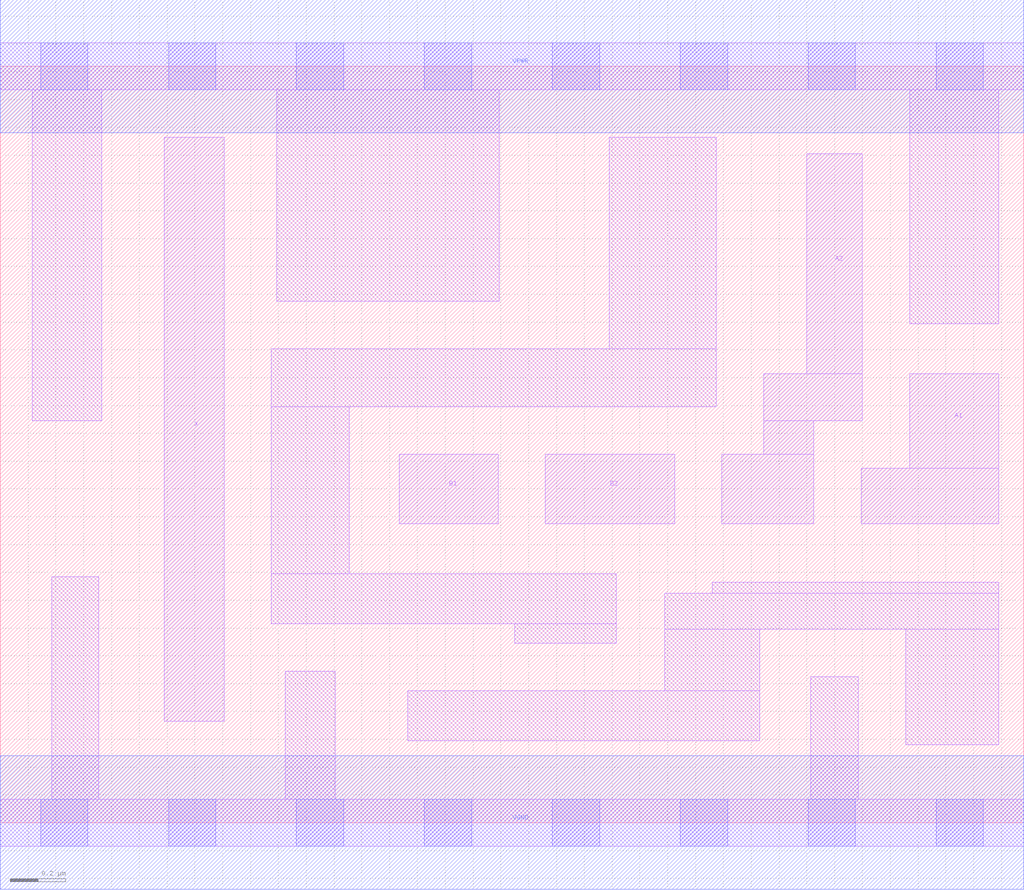
<source format=lef>
# Copyright 2020 The SkyWater PDK Authors
#
# Licensed under the Apache License, Version 2.0 (the "License");
# you may not use this file except in compliance with the License.
# You may obtain a copy of the License at
#
#     https://www.apache.org/licenses/LICENSE-2.0
#
# Unless required by applicable law or agreed to in writing, software
# distributed under the License is distributed on an "AS IS" BASIS,
# WITHOUT WARRANTIES OR CONDITIONS OF ANY KIND, either express or implied.
# See the License for the specific language governing permissions and
# limitations under the License.
#
# SPDX-License-Identifier: Apache-2.0

VERSION 5.7 ;
  NAMESCASESENSITIVE ON ;
  NOWIREEXTENSIONATPIN ON ;
  DIVIDERCHAR "/" ;
  BUSBITCHARS "[]" ;
UNITS
  DATABASE MICRONS 200 ;
END UNITS
MACRO sky130_fd_sc_hd__o22a_2
  CLASS CORE ;
  SOURCE USER ;
  FOREIGN sky130_fd_sc_hd__o22a_2 ;
  ORIGIN  0.000000  0.000000 ;
  SIZE  3.680000 BY  2.720000 ;
  SYMMETRY X Y R90 ;
  SITE unithd ;
  PIN A1
    ANTENNAGATEAREA  0.247500 ;
    DIRECTION INPUT ;
    USE SIGNAL ;
    PORT
      LAYER li1 ;
        RECT 3.095000 1.075000 3.590000 1.275000 ;
        RECT 3.270000 1.275000 3.590000 1.615000 ;
    END
  END A1
  PIN A2
    ANTENNAGATEAREA  0.247500 ;
    DIRECTION INPUT ;
    USE SIGNAL ;
    PORT
      LAYER li1 ;
        RECT 2.595000 1.075000 2.925000 1.325000 ;
        RECT 2.745000 1.325000 2.925000 1.445000 ;
        RECT 2.745000 1.445000 3.100000 1.615000 ;
        RECT 2.900000 1.615000 3.100000 2.405000 ;
    END
  END A2
  PIN B1
    ANTENNAGATEAREA  0.247500 ;
    DIRECTION INPUT ;
    USE SIGNAL ;
    PORT
      LAYER li1 ;
        RECT 1.435000 1.075000 1.790000 1.325000 ;
    END
  END B1
  PIN B2
    ANTENNAGATEAREA  0.247500 ;
    DIRECTION INPUT ;
    USE SIGNAL ;
    PORT
      LAYER li1 ;
        RECT 1.960000 1.075000 2.425000 1.325000 ;
    END
  END B2
  PIN X
    ANTENNADIFFAREA  0.445500 ;
    DIRECTION OUTPUT ;
    USE SIGNAL ;
    PORT
      LAYER li1 ;
        RECT 0.590000 0.365000 0.805000 2.465000 ;
    END
  END X
  PIN VGND
    DIRECTION INOUT ;
    SHAPE ABUTMENT ;
    USE GROUND ;
    PORT
      LAYER met1 ;
        RECT 0.000000 -0.240000 3.680000 0.240000 ;
    END
  END VGND
  PIN VPWR
    DIRECTION INOUT ;
    SHAPE ABUTMENT ;
    USE POWER ;
    PORT
      LAYER met1 ;
        RECT 0.000000 2.480000 3.680000 2.960000 ;
    END
  END VPWR
  OBS
    LAYER li1 ;
      RECT 0.000000 -0.085000 3.680000 0.085000 ;
      RECT 0.000000  2.635000 3.680000 2.805000 ;
      RECT 0.115000  1.445000 0.365000 2.635000 ;
      RECT 0.185000  0.085000 0.355000 0.885000 ;
      RECT 0.975000  0.715000 2.215000 0.895000 ;
      RECT 0.975000  0.895000 1.255000 1.495000 ;
      RECT 0.975000  1.495000 2.575000 1.705000 ;
      RECT 0.995000  1.875000 1.795000 2.635000 ;
      RECT 1.025000  0.085000 1.205000 0.545000 ;
      RECT 1.465000  0.295000 2.730000 0.475000 ;
      RECT 1.850000  0.645000 2.215000 0.715000 ;
      RECT 2.190000  1.705000 2.575000 2.465000 ;
      RECT 2.390000  0.475000 2.730000 0.695000 ;
      RECT 2.390000  0.695000 3.590000 0.825000 ;
      RECT 2.560000  0.825000 3.590000 0.865000 ;
      RECT 2.915000  0.085000 3.085000 0.525000 ;
      RECT 3.255000  0.280000 3.590000 0.695000 ;
      RECT 3.270000  1.795000 3.590000 2.635000 ;
    LAYER mcon ;
      RECT 0.145000 -0.085000 0.315000 0.085000 ;
      RECT 0.145000  2.635000 0.315000 2.805000 ;
      RECT 0.605000 -0.085000 0.775000 0.085000 ;
      RECT 0.605000  2.635000 0.775000 2.805000 ;
      RECT 1.065000 -0.085000 1.235000 0.085000 ;
      RECT 1.065000  2.635000 1.235000 2.805000 ;
      RECT 1.525000 -0.085000 1.695000 0.085000 ;
      RECT 1.525000  2.635000 1.695000 2.805000 ;
      RECT 1.985000 -0.085000 2.155000 0.085000 ;
      RECT 1.985000  2.635000 2.155000 2.805000 ;
      RECT 2.445000 -0.085000 2.615000 0.085000 ;
      RECT 2.445000  2.635000 2.615000 2.805000 ;
      RECT 2.905000 -0.085000 3.075000 0.085000 ;
      RECT 2.905000  2.635000 3.075000 2.805000 ;
      RECT 3.365000 -0.085000 3.535000 0.085000 ;
      RECT 3.365000  2.635000 3.535000 2.805000 ;
  END
END sky130_fd_sc_hd__o22a_2

</source>
